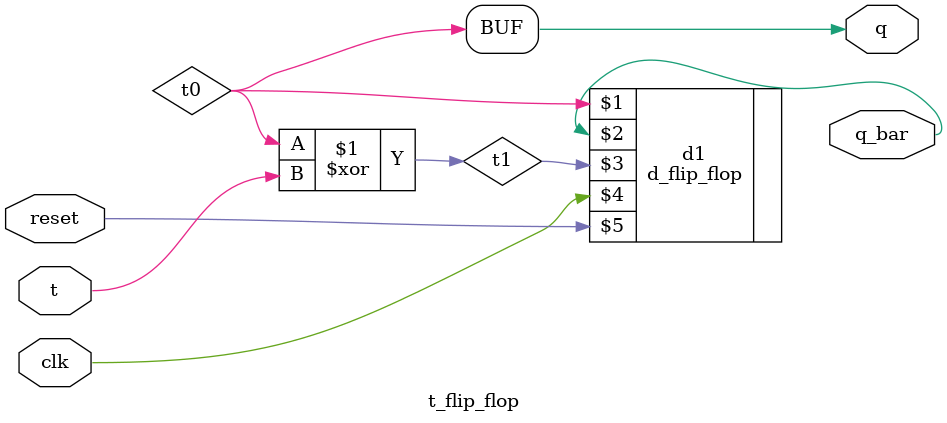
<source format=v>
module t_flip_flop (q,q_bar,t,clk,reset);

output q,q_bar;
input t,clk,reset;

wire t0,t1;

assign q = t0;

d_flip_flop d1(t0,q_bar,t1,clk,reset);
xor x1(t1,t0,t);

endmodule



</source>
